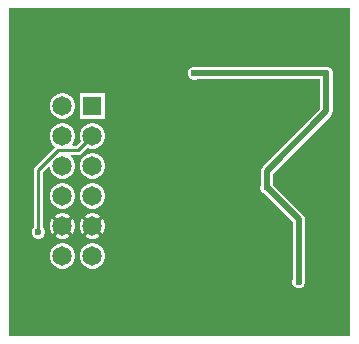
<source format=gbl>
G04*
G04 #@! TF.GenerationSoftware,Altium Limited,Altium Designer,23.4.1 (23)*
G04*
G04 Layer_Physical_Order=2*
G04 Layer_Color=16711680*
%FSLAX25Y25*%
%MOIN*%
G70*
G04*
G04 #@! TF.SameCoordinates,985B102E-A1E5-4F21-A819-21D10D55B489*
G04*
G04*
G04 #@! TF.FilePolarity,Positive*
G04*
G01*
G75*
%ADD19C,0.01000*%
%ADD20C,0.01968*%
%ADD22C,0.06496*%
%ADD23R,0.06496X0.06496*%
%ADD24C,0.02362*%
G36*
X215480Y293920D02*
X101520D01*
Y403280D01*
X215480D01*
Y293920D01*
D02*
G37*
%LPC*%
G36*
X207934Y383681D02*
X207066D01*
X206685Y383523D01*
X164315D01*
X163934Y383681D01*
X163066D01*
X162265Y383349D01*
X161651Y382735D01*
X161319Y381934D01*
Y381066D01*
X161651Y380264D01*
X162265Y379651D01*
X163066Y379319D01*
X163934D01*
X164315Y379477D01*
X205477D01*
Y369538D01*
X186169Y350231D01*
X185731Y349574D01*
X185577Y348800D01*
Y344315D01*
X185419Y343934D01*
Y343066D01*
X185751Y342265D01*
X186364Y341651D01*
X186746Y341493D01*
X196277Y331962D01*
Y312715D01*
X196119Y312334D01*
Y311466D01*
X196451Y310665D01*
X197064Y310051D01*
X197866Y309719D01*
X198734D01*
X199536Y310051D01*
X200149Y310665D01*
X200481Y311466D01*
Y312334D01*
X200323Y312715D01*
Y332800D01*
X200169Y333574D01*
X199731Y334231D01*
X189623Y344338D01*
Y347962D01*
X208931Y367269D01*
X209369Y367926D01*
X209523Y368700D01*
Y380685D01*
X209681Y381066D01*
Y381934D01*
X209349Y382735D01*
X208735Y383349D01*
X207934Y383681D01*
D02*
G37*
G36*
X133748Y374748D02*
X125252D01*
Y366252D01*
X133748D01*
Y374748D01*
D02*
G37*
G36*
X120059D02*
X118941D01*
X117860Y374459D01*
X116892Y373899D01*
X116101Y373108D01*
X115542Y372140D01*
X115252Y371059D01*
Y369941D01*
X115542Y368860D01*
X116101Y367892D01*
X116892Y367101D01*
X117860Y366542D01*
X118941Y366252D01*
X120059D01*
X121140Y366542D01*
X122108Y367101D01*
X122899Y367892D01*
X123459Y368860D01*
X123748Y369941D01*
Y371059D01*
X123459Y372140D01*
X122899Y373108D01*
X122108Y373899D01*
X121140Y374459D01*
X120059Y374748D01*
D02*
G37*
G36*
X130059Y364748D02*
X128941D01*
X127860Y364458D01*
X126892Y363899D01*
X126101Y363108D01*
X125541Y362140D01*
X125252Y361059D01*
Y359941D01*
X125541Y358860D01*
X125599Y358761D01*
X124118Y357281D01*
X122942D01*
X122751Y357743D01*
X122899Y357892D01*
X123459Y358860D01*
X123748Y359941D01*
Y361059D01*
X123459Y362140D01*
X122899Y363108D01*
X122108Y363899D01*
X121140Y364458D01*
X120059Y364748D01*
X118941D01*
X117860Y364458D01*
X116892Y363899D01*
X116101Y363108D01*
X115542Y362140D01*
X115252Y361059D01*
Y359941D01*
X115542Y358860D01*
X116101Y357892D01*
X116717Y357275D01*
X116862Y357007D01*
X116736Y356613D01*
X110419Y350296D01*
X110087Y349800D01*
X109971Y349215D01*
Y330055D01*
X109651Y329735D01*
X109319Y328934D01*
Y328066D01*
X109651Y327264D01*
X110265Y326651D01*
X111066Y326319D01*
X111934D01*
X112735Y326651D01*
X113349Y327264D01*
X113681Y328066D01*
Y328934D01*
X113349Y329735D01*
X113029Y330055D01*
Y348581D01*
X114790Y350342D01*
X115252Y350151D01*
Y349941D01*
X115542Y348860D01*
X116101Y347892D01*
X116892Y347101D01*
X117860Y346542D01*
X118941Y346252D01*
X120059D01*
X121140Y346542D01*
X122108Y347101D01*
X122899Y347892D01*
X123459Y348860D01*
X123748Y349941D01*
Y351059D01*
X123459Y352140D01*
X122899Y353108D01*
X122285Y353723D01*
X122492Y354223D01*
X124752D01*
X125337Y354339D01*
X125833Y354671D01*
X127761Y356598D01*
X127860Y356541D01*
X128941Y356252D01*
X130059D01*
X131140Y356541D01*
X132108Y357101D01*
X132899Y357892D01*
X133458Y358860D01*
X133748Y359941D01*
Y361059D01*
X133458Y362140D01*
X132899Y363108D01*
X132108Y363899D01*
X131140Y364458D01*
X130059Y364748D01*
D02*
G37*
G36*
Y354748D02*
X128941D01*
X127860Y354458D01*
X126892Y353899D01*
X126101Y353108D01*
X125541Y352140D01*
X125252Y351059D01*
Y349941D01*
X125541Y348860D01*
X126101Y347892D01*
X126892Y347101D01*
X127860Y346542D01*
X128941Y346252D01*
X130059D01*
X131140Y346542D01*
X132108Y347101D01*
X132899Y347892D01*
X133458Y348860D01*
X133748Y349941D01*
Y351059D01*
X133458Y352140D01*
X132899Y353108D01*
X132108Y353899D01*
X131140Y354458D01*
X130059Y354748D01*
D02*
G37*
G36*
Y344748D02*
X128941D01*
X127860Y344459D01*
X126892Y343899D01*
X126101Y343108D01*
X125541Y342140D01*
X125252Y341059D01*
Y339941D01*
X125541Y338860D01*
X126101Y337892D01*
X126892Y337101D01*
X127860Y336542D01*
X128941Y336252D01*
X130059D01*
X131140Y336542D01*
X132108Y337101D01*
X132899Y337892D01*
X133458Y338860D01*
X133748Y339941D01*
Y341059D01*
X133458Y342140D01*
X132899Y343108D01*
X132108Y343899D01*
X131140Y344459D01*
X130059Y344748D01*
D02*
G37*
G36*
X120059D02*
X118941D01*
X117860Y344459D01*
X116892Y343899D01*
X116101Y343108D01*
X115542Y342140D01*
X115252Y341059D01*
Y339941D01*
X115542Y338860D01*
X116101Y337892D01*
X116892Y337101D01*
X117860Y336542D01*
X118941Y336252D01*
X120059D01*
X121140Y336542D01*
X122108Y337101D01*
X122899Y337892D01*
X123459Y338860D01*
X123748Y339941D01*
Y341059D01*
X123459Y342140D01*
X122899Y343108D01*
X122108Y343899D01*
X121140Y344459D01*
X120059Y344748D01*
D02*
G37*
G36*
X130059Y334748D02*
X128941D01*
X127860Y334458D01*
X126920Y333915D01*
X129500Y331335D01*
X132080Y333915D01*
X131140Y334458D01*
X130059Y334748D01*
D02*
G37*
G36*
X120059D02*
X118941D01*
X117860Y334458D01*
X116920Y333915D01*
X119500Y331335D01*
X122080Y333915D01*
X121140Y334458D01*
X120059Y334748D01*
D02*
G37*
G36*
X116085Y333080D02*
X115542Y332140D01*
X115252Y331059D01*
Y329941D01*
X115542Y328860D01*
X116085Y327920D01*
X118665Y330500D01*
X116085Y333080D01*
D02*
G37*
G36*
X126084D02*
X125541Y332140D01*
X125252Y331059D01*
Y329941D01*
X125541Y328860D01*
X126084Y327920D01*
X128665Y330500D01*
X126084Y333080D01*
D02*
G37*
G36*
X132915Y333080D02*
X130335Y330500D01*
X132915Y327920D01*
X133458Y328860D01*
X133748Y329941D01*
Y331059D01*
X133458Y332140D01*
X132915Y333080D01*
D02*
G37*
G36*
X122915D02*
X120335Y330500D01*
X122915Y327920D01*
X123459Y328860D01*
X123748Y329941D01*
Y331059D01*
X123459Y332140D01*
X122915Y333080D01*
D02*
G37*
G36*
X129500Y329665D02*
X126920Y327084D01*
X127860Y326541D01*
X128941Y326252D01*
X130059D01*
X131140Y326541D01*
X132080Y327084D01*
X129500Y329665D01*
D02*
G37*
G36*
X119500D02*
X116920Y327084D01*
X117860Y326541D01*
X118941Y326252D01*
X120059D01*
X121140Y326541D01*
X122080Y327084D01*
X119500Y329665D01*
D02*
G37*
G36*
X130059Y324748D02*
X128941D01*
X127860Y324459D01*
X126892Y323899D01*
X126101Y323108D01*
X125541Y322140D01*
X125252Y321059D01*
Y319941D01*
X125541Y318860D01*
X126101Y317892D01*
X126892Y317101D01*
X127860Y316542D01*
X128941Y316252D01*
X130059D01*
X131140Y316542D01*
X132108Y317101D01*
X132899Y317892D01*
X133458Y318860D01*
X133748Y319941D01*
Y321059D01*
X133458Y322140D01*
X132899Y323108D01*
X132108Y323899D01*
X131140Y324459D01*
X130059Y324748D01*
D02*
G37*
G36*
X120059D02*
X118941D01*
X117860Y324459D01*
X116892Y323899D01*
X116101Y323108D01*
X115542Y322140D01*
X115252Y321059D01*
Y319941D01*
X115542Y318860D01*
X116101Y317892D01*
X116892Y317101D01*
X117860Y316542D01*
X118941Y316252D01*
X120059D01*
X121140Y316542D01*
X122108Y317101D01*
X122899Y317892D01*
X123459Y318860D01*
X123748Y319941D01*
Y321059D01*
X123459Y322140D01*
X122899Y323108D01*
X122108Y323899D01*
X121140Y324459D01*
X120059Y324748D01*
D02*
G37*
%LPD*%
D19*
X111500Y328500D02*
Y349215D01*
X118037Y355752D01*
X124752D01*
X129500Y360500D01*
D20*
X187600Y343500D02*
Y348800D01*
X207500Y368700D02*
Y381500D01*
X187600Y348800D02*
X207500Y368700D01*
X163500Y381500D02*
X207500D01*
X187600Y343500D02*
X198300Y332800D01*
Y311900D02*
Y332800D01*
D22*
X119500Y340500D02*
D03*
X129500D02*
D03*
X119500Y360500D02*
D03*
X129500D02*
D03*
X119500Y370500D02*
D03*
X129500Y350500D02*
D03*
X119500D02*
D03*
X129500Y330500D02*
D03*
Y320500D02*
D03*
X119500Y330500D02*
D03*
Y320500D02*
D03*
D23*
X129500Y370500D02*
D03*
D24*
X209900Y400800D02*
D03*
X204900Y390800D02*
D03*
X209900Y360800D02*
D03*
X204900Y350800D02*
D03*
X209900Y340800D02*
D03*
X204900Y330800D02*
D03*
X209900Y320800D02*
D03*
X204900Y310800D02*
D03*
X199900Y400800D02*
D03*
X194900Y390800D02*
D03*
Y350800D02*
D03*
X199900Y340800D02*
D03*
X194900Y330800D02*
D03*
X189900Y400800D02*
D03*
X184900Y350800D02*
D03*
X179900Y400800D02*
D03*
X174900Y370800D02*
D03*
Y350800D02*
D03*
X169900Y400800D02*
D03*
X164900Y370800D02*
D03*
X169900Y360800D02*
D03*
X164900Y330800D02*
D03*
X159900Y400800D02*
D03*
Y380800D02*
D03*
X154900Y370800D02*
D03*
X159900Y360800D02*
D03*
X154900Y330800D02*
D03*
X159900Y320800D02*
D03*
X154900Y310800D02*
D03*
X149900Y400800D02*
D03*
Y320800D02*
D03*
X144900Y310800D02*
D03*
X139900Y400800D02*
D03*
X134900Y390800D02*
D03*
X139900Y380800D02*
D03*
Y360800D02*
D03*
Y340800D02*
D03*
X129900Y400800D02*
D03*
X124900Y390800D02*
D03*
X119900Y400800D02*
D03*
X114900Y390800D02*
D03*
X119900Y380800D02*
D03*
X109900Y400800D02*
D03*
X104900Y390800D02*
D03*
X109900Y380800D02*
D03*
X104900Y370800D02*
D03*
X109900Y360800D02*
D03*
X104900Y350800D02*
D03*
X187600Y343500D02*
D03*
X198300Y311900D02*
D03*
X111500Y328500D02*
D03*
X163500Y381500D02*
D03*
X207500D02*
D03*
M02*

</source>
